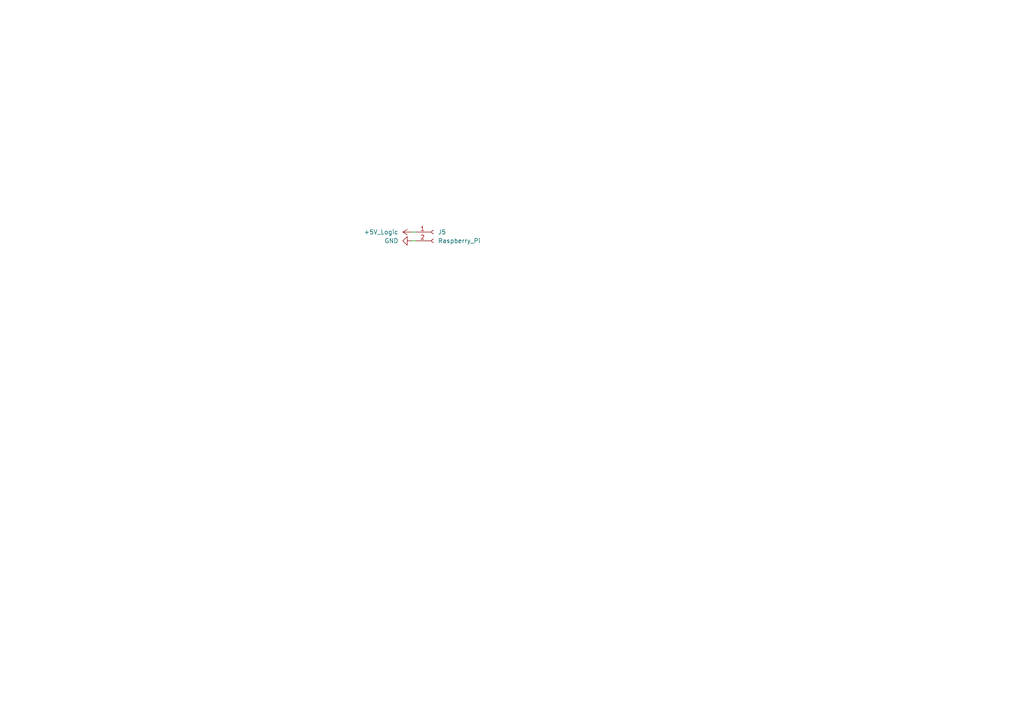
<source format=kicad_sch>
(kicad_sch (version 20231120) (generator "eeschema") (generator_version "8.0")
  (paper "A4")
  (lib_symbols
    (symbol "Connector:Conn_01x02_Female" (pin_names (offset 1.016) hide)
      (property "Reference" "J" (at 0 2.54 0))
      (property "Value" "Conn_01x02_Female" (at 0 -5.08 0))
      (symbol "Conn_01x02_Female_1_1"
        (arc (start 0 -2.032) (mid -0.508 -2.54) (end 0 -3.048) (stroke (width 0.1524)))
        (polyline (pts (xy -1.27 -2.54) (xy -0.508 -2.54)) (stroke (width 0.1524)))
        (polyline (pts (xy -1.27 0) (xy -0.508 0)) (stroke (width 0.1524)))
        (arc (start 0 0.508) (mid -0.508 0) (end 0 -0.508) (stroke (width 0.1524)))
        (pin passive line (at -5.08 0 0) (length 3.81) (name "Pin_1") (number "1"))
        (pin passive line (at -5.08 -2.54 0) (length 3.81) (name "Pin_2") (number "2"))
      )
    )
    (symbol "power:+3V3" (power) (pin_names (offset 0))
      (property "Value" "+3V3" (at 0 3.556 0))
      (symbol "+3V3_0_1"
        (polyline (pts (xy -0.762 1.27) (xy 0 2.54)))
        (polyline (pts (xy 0 0) (xy 0 2.54)))
        (polyline (pts (xy 0 2.54) (xy 0.762 1.27)))
      )
      (symbol "+3V3_1_1"
        (pin power_in line (at 0 0 90) (length 0) hide (name "+3V3") (number "1"))
      )
    )
    (symbol "power:GND" (power) (pin_names (offset 0))
      (property "Value" "GND" (at 0 -3.81 0))
      (symbol "GND_0_1"
        (polyline (pts (xy 0 0) (xy 0 -1.27) (xy 1.27 -1.27) (xy 0 -2.54) (xy -1.27 -1.27) (xy 0 -1.27)))
      )
      (symbol "GND_1_1"
        (pin power_in line (at 0 0 270) (length 0) hide (name "GND") (number "1"))
      )
    )
  )
  (wire (pts (xy 119.38 67.31) (xy 120.65 67.31)))
  (wire (pts (xy 119.38 69.85) (xy 120.65 69.85)))
  (symbol (lib_id "Connector:Conn_01x02_Female") (at 125.73 67.31 0) (unit 1)
    (property "Reference" "J5" (at 127 67.3099 0) (effects (justify left)))
    (property "Value" "Raspberry_Pi" (at 127 69.8499 0) (effects (justify left)))
    (property "Description" "Generic connector, single row, 01x02, script generated (kicad-library-utils/schlib/autogen/connector/)" (effects (hide yes)))
  )
  (symbol (lib_id "power:+3V3") (at 119.38 67.31 90) (unit 1)
    (property "Reference" "#PWR46" (effects (hide yes)))
    (property "Value" "+5V_Logic" (at 115.57 67.3099 90) (effects (justify left)))
    (property "Description" "Power symbol creates a global label with name \"+3V3\"" (effects (hide yes)))
  )
  (symbol (lib_id "power:GND") (at 119.38 69.85 270) (unit 1)
    (property "Reference" "#PWR47" (effects (hide yes)))
    (property "Value" "GND" (at 115.57 69.8499 90) (effects (justify right)))
    (property "Description" "Power symbol creates a global label with name \"GND\" , ground" (effects (hide yes)))
  )
)
</source>
